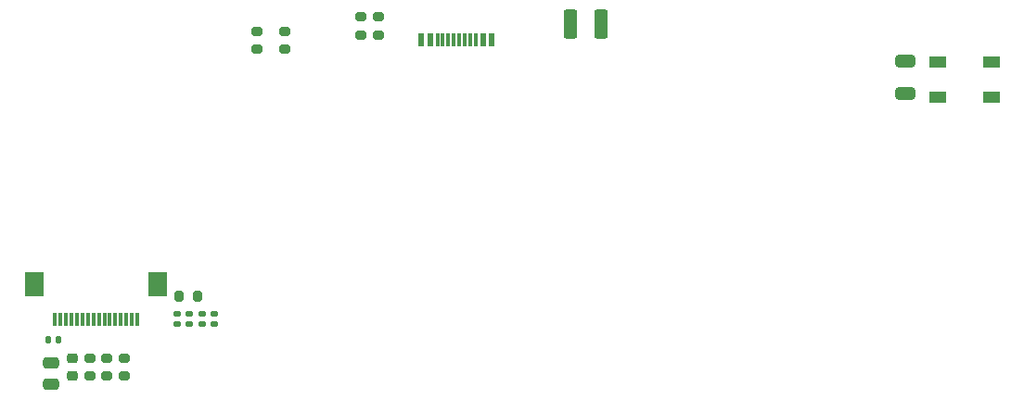
<source format=gbr>
%TF.GenerationSoftware,KiCad,Pcbnew,(6.0.8)*%
%TF.CreationDate,2022-10-08T09:35:05+11:00*%
%TF.ProjectId,KEEBPAD-MK,4b454542-5041-4442-9d4d-4b2e6b696361,1.0.0*%
%TF.SameCoordinates,PX8f0d180PY8f0d180*%
%TF.FileFunction,Paste,Top*%
%TF.FilePolarity,Positive*%
%FSLAX46Y46*%
G04 Gerber Fmt 4.6, Leading zero omitted, Abs format (unit mm)*
G04 Created by KiCad (PCBNEW (6.0.8)) date 2022-10-08 09:35:05*
%MOMM*%
%LPD*%
G01*
G04 APERTURE LIST*
G04 Aperture macros list*
%AMRoundRect*
0 Rectangle with rounded corners*
0 $1 Rounding radius*
0 $2 $3 $4 $5 $6 $7 $8 $9 X,Y pos of 4 corners*
0 Add a 4 corners polygon primitive as box body*
4,1,4,$2,$3,$4,$5,$6,$7,$8,$9,$2,$3,0*
0 Add four circle primitives for the rounded corners*
1,1,$1+$1,$2,$3*
1,1,$1+$1,$4,$5*
1,1,$1+$1,$6,$7*
1,1,$1+$1,$8,$9*
0 Add four rect primitives between the rounded corners*
20,1,$1+$1,$2,$3,$4,$5,0*
20,1,$1+$1,$4,$5,$6,$7,0*
20,1,$1+$1,$6,$7,$8,$9,0*
20,1,$1+$1,$8,$9,$2,$3,0*%
G04 Aperture macros list end*
%ADD10RoundRect,0.250000X-0.475000X0.250000X-0.475000X-0.250000X0.475000X-0.250000X0.475000X0.250000X0*%
%ADD11RoundRect,0.140000X-0.170000X0.140000X-0.170000X-0.140000X0.170000X-0.140000X0.170000X0.140000X0*%
%ADD12RoundRect,0.200000X-0.275000X0.200000X-0.275000X-0.200000X0.275000X-0.200000X0.275000X0.200000X0*%
%ADD13RoundRect,0.140000X0.140000X0.170000X-0.140000X0.170000X-0.140000X-0.170000X0.140000X-0.170000X0*%
%ADD14RoundRect,0.200000X0.275000X-0.200000X0.275000X0.200000X-0.275000X0.200000X-0.275000X-0.200000X0*%
%ADD15RoundRect,0.250000X-0.375000X-1.075000X0.375000X-1.075000X0.375000X1.075000X-0.375000X1.075000X0*%
%ADD16RoundRect,0.200000X-0.200000X-0.275000X0.200000X-0.275000X0.200000X0.275000X-0.200000X0.275000X0*%
%ADD17RoundRect,0.140000X0.170000X-0.140000X0.170000X0.140000X-0.170000X0.140000X-0.170000X-0.140000X0*%
%ADD18R,0.300000X1.300000*%
%ADD19R,1.800000X2.200000*%
%ADD20R,1.500000X1.000000*%
%ADD21RoundRect,0.250000X-0.650000X0.325000X-0.650000X-0.325000X0.650000X-0.325000X0.650000X0.325000X0*%
%ADD22R,0.600000X1.160000*%
%ADD23R,0.300000X1.160000*%
%ADD24RoundRect,0.225000X-0.250000X0.225000X-0.250000X-0.225000X0.250000X-0.225000X0.250000X0.225000X0*%
G04 APERTURE END LIST*
D10*
%TO.C,C4*%
X-36300000Y10950000D03*
X-36300000Y9050000D03*
%TD*%
D11*
%TO.C,C1*%
X-21400000Y15480000D03*
X-21400000Y14520000D03*
%TD*%
D12*
%TO.C,R6*%
X-8000000Y42625000D03*
X-8000000Y40975000D03*
%TD*%
D11*
%TO.C,C6*%
X-24800000Y15480000D03*
X-24800000Y14520000D03*
%TD*%
D12*
%TO.C,R7*%
X-15000000Y41325000D03*
X-15000000Y39675000D03*
%TD*%
D13*
%TO.C,C3*%
X-35620000Y13100000D03*
X-36580000Y13100000D03*
%TD*%
D12*
%TO.C,R4*%
X-32800000Y11425000D03*
X-32800000Y9775000D03*
%TD*%
D14*
%TO.C,R1*%
X-31200000Y9775000D03*
X-31200000Y11425000D03*
%TD*%
%TO.C,R2*%
X-29600000Y9775000D03*
X-29600000Y11425000D03*
%TD*%
D15*
%TO.C,F1*%
X11100000Y42000000D03*
X13900000Y42000000D03*
%TD*%
D16*
%TO.C,R3*%
X-24625000Y17100000D03*
X-22975000Y17100000D03*
%TD*%
D17*
%TO.C,C2*%
X-22533334Y14520000D03*
X-22533334Y15480000D03*
%TD*%
D11*
%TO.C,C5*%
X-23666668Y15480000D03*
X-23666668Y14520000D03*
%TD*%
D18*
%TO.C,J1*%
X-28450000Y14950000D03*
X-28950000Y14950000D03*
X-29450000Y14950000D03*
X-29950000Y14950000D03*
X-30450000Y14950000D03*
X-30950000Y14950000D03*
X-31450000Y14950000D03*
X-31950000Y14950000D03*
X-32450000Y14950000D03*
X-32950000Y14950000D03*
X-33450000Y14950000D03*
X-33950000Y14950000D03*
X-34450000Y14950000D03*
X-34950000Y14950000D03*
X-35450000Y14950000D03*
X-35950000Y14950000D03*
D19*
X-26550000Y18200000D03*
X-37850000Y18200000D03*
%TD*%
D20*
%TO.C,D1*%
X44650000Y38500000D03*
X44650000Y35300000D03*
X49550000Y35300000D03*
X49550000Y38500000D03*
%TD*%
D21*
%TO.C,C8*%
X41700000Y38575000D03*
X41700000Y35625000D03*
%TD*%
D22*
%TO.C,J2*%
X3900000Y40515000D03*
X3100000Y40515000D03*
D23*
X1950000Y40515000D03*
X950000Y40515000D03*
X450000Y40515000D03*
X-550000Y40515000D03*
D22*
X-1700000Y40515000D03*
X-2500000Y40515000D03*
X-2500000Y40515000D03*
X-1700000Y40515000D03*
D23*
X-1050000Y40515000D03*
X-50000Y40515000D03*
X1450000Y40515000D03*
X2450000Y40515000D03*
D22*
X3100000Y40515000D03*
X3900000Y40515000D03*
%TD*%
D24*
%TO.C,C7*%
X-34400000Y11375000D03*
X-34400000Y9825000D03*
%TD*%
D12*
%TO.C,R8*%
X-17500000Y41325000D03*
X-17500000Y39675000D03*
%TD*%
D14*
%TO.C,R5*%
X-6400000Y40975000D03*
X-6400000Y42625000D03*
%TD*%
M02*

</source>
